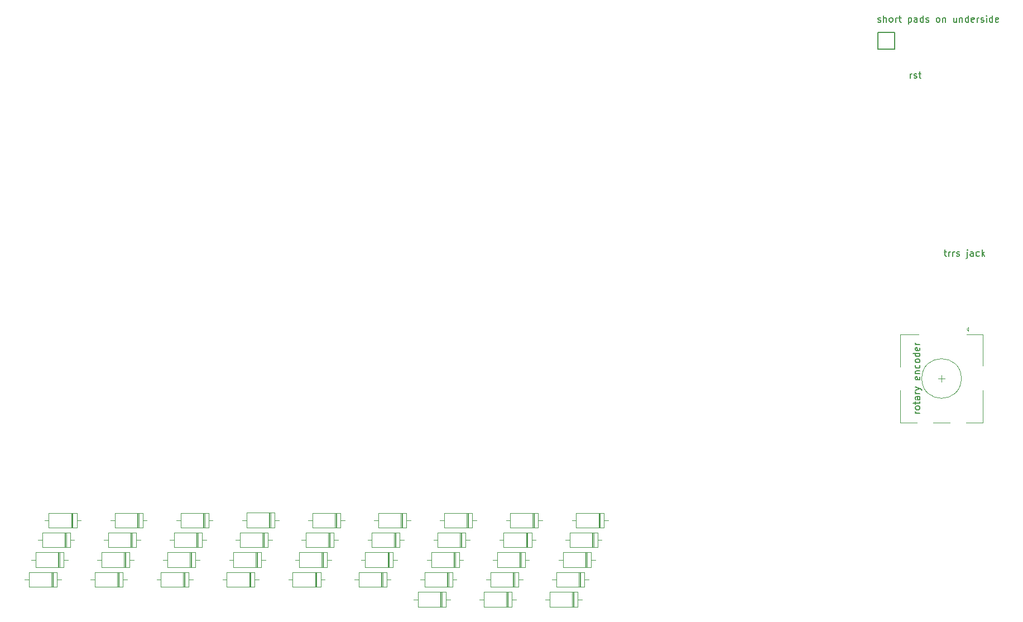
<source format=gto>
%TF.GenerationSoftware,KiCad,Pcbnew,(6.0.8)*%
%TF.CreationDate,2023-04-06T15:31:32+10:00*%
%TF.ProjectId,drazie,6472617a-6965-42e6-9b69-6361645f7063,rev?*%
%TF.SameCoordinates,Original*%
%TF.FileFunction,Legend,Top*%
%TF.FilePolarity,Positive*%
%FSLAX46Y46*%
G04 Gerber Fmt 4.6, Leading zero omitted, Abs format (unit mm)*
G04 Created by KiCad (PCBNEW (6.0.8)) date 2023-04-06 15:31:32*
%MOMM*%
%LPD*%
G01*
G04 APERTURE LIST*
G04 Aperture macros list*
%AMFreePoly0*
4,1,6,0.600000,0.200000,0.000000,-0.400000,-0.600000,0.200000,-0.600000,0.400000,0.600000,0.400000,0.600000,0.200000,0.600000,0.200000,$1*%
%AMFreePoly1*
4,1,6,0.600000,-0.250000,-0.600000,-0.250000,-0.600000,1.000000,0.000000,0.400000,0.600000,1.000000,0.600000,-0.250000,0.600000,-0.250000,$1*%
G04 Aperture macros list end*
%ADD10C,0.150000*%
%ADD11C,0.120000*%
%ADD12C,0.450000*%
%ADD13C,0.250000*%
%ADD14C,0.100000*%
%ADD15O,1.600000X1.600000*%
%ADD16R,1.600000X1.600000*%
%ADD17C,2.000000*%
%ADD18R,2.500000X3.000000*%
%ADD19R,2.000000X2.000000*%
%ADD20C,1.600000*%
%ADD21FreePoly0,270.000000*%
%ADD22FreePoly0,90.000000*%
%ADD23FreePoly1,270.000000*%
%ADD24FreePoly1,90.000000*%
%ADD25C,2.286000*%
%ADD26C,1.701800*%
%ADD27C,3.987800*%
%ADD28C,1.500000*%
%ADD29O,2.200000X1.600000*%
G04 APERTURE END LIST*
D10*
X194238095Y-23952380D02*
X194238095Y-23285714D01*
X194238095Y-23476190D02*
X194285714Y-23380952D01*
X194333333Y-23333333D01*
X194428571Y-23285714D01*
X194523809Y-23285714D01*
X194809523Y-23904761D02*
X194904761Y-23952380D01*
X195095238Y-23952380D01*
X195190476Y-23904761D01*
X195238095Y-23809523D01*
X195238095Y-23761904D01*
X195190476Y-23666666D01*
X195095238Y-23619047D01*
X194952380Y-23619047D01*
X194857142Y-23571428D01*
X194809523Y-23476190D01*
X194809523Y-23428571D01*
X194857142Y-23333333D01*
X194952380Y-23285714D01*
X195095238Y-23285714D01*
X195190476Y-23333333D01*
X195523809Y-23285714D02*
X195904761Y-23285714D01*
X195666666Y-22952380D02*
X195666666Y-23809523D01*
X195714285Y-23904761D01*
X195809523Y-23952380D01*
X195904761Y-23952380D01*
X189357142Y-15404761D02*
X189452380Y-15452380D01*
X189642857Y-15452380D01*
X189738095Y-15404761D01*
X189785714Y-15309523D01*
X189785714Y-15261904D01*
X189738095Y-15166666D01*
X189642857Y-15119047D01*
X189500000Y-15119047D01*
X189404761Y-15071428D01*
X189357142Y-14976190D01*
X189357142Y-14928571D01*
X189404761Y-14833333D01*
X189500000Y-14785714D01*
X189642857Y-14785714D01*
X189738095Y-14833333D01*
X190214285Y-15452380D02*
X190214285Y-14452380D01*
X190642857Y-15452380D02*
X190642857Y-14928571D01*
X190595238Y-14833333D01*
X190500000Y-14785714D01*
X190357142Y-14785714D01*
X190261904Y-14833333D01*
X190214285Y-14880952D01*
X191261904Y-15452380D02*
X191166666Y-15404761D01*
X191119047Y-15357142D01*
X191071428Y-15261904D01*
X191071428Y-14976190D01*
X191119047Y-14880952D01*
X191166666Y-14833333D01*
X191261904Y-14785714D01*
X191404761Y-14785714D01*
X191500000Y-14833333D01*
X191547619Y-14880952D01*
X191595238Y-14976190D01*
X191595238Y-15261904D01*
X191547619Y-15357142D01*
X191500000Y-15404761D01*
X191404761Y-15452380D01*
X191261904Y-15452380D01*
X192023809Y-15452380D02*
X192023809Y-14785714D01*
X192023809Y-14976190D02*
X192071428Y-14880952D01*
X192119047Y-14833333D01*
X192214285Y-14785714D01*
X192309523Y-14785714D01*
X192500000Y-14785714D02*
X192880952Y-14785714D01*
X192642857Y-14452380D02*
X192642857Y-15309523D01*
X192690476Y-15404761D01*
X192785714Y-15452380D01*
X192880952Y-15452380D01*
X193976190Y-14785714D02*
X193976190Y-15785714D01*
X193976190Y-14833333D02*
X194071428Y-14785714D01*
X194261904Y-14785714D01*
X194357142Y-14833333D01*
X194404761Y-14880952D01*
X194452380Y-14976190D01*
X194452380Y-15261904D01*
X194404761Y-15357142D01*
X194357142Y-15404761D01*
X194261904Y-15452380D01*
X194071428Y-15452380D01*
X193976190Y-15404761D01*
X195309523Y-15452380D02*
X195309523Y-14928571D01*
X195261904Y-14833333D01*
X195166666Y-14785714D01*
X194976190Y-14785714D01*
X194880952Y-14833333D01*
X195309523Y-15404761D02*
X195214285Y-15452380D01*
X194976190Y-15452380D01*
X194880952Y-15404761D01*
X194833333Y-15309523D01*
X194833333Y-15214285D01*
X194880952Y-15119047D01*
X194976190Y-15071428D01*
X195214285Y-15071428D01*
X195309523Y-15023809D01*
X196214285Y-15452380D02*
X196214285Y-14452380D01*
X196214285Y-15404761D02*
X196119047Y-15452380D01*
X195928571Y-15452380D01*
X195833333Y-15404761D01*
X195785714Y-15357142D01*
X195738095Y-15261904D01*
X195738095Y-14976190D01*
X195785714Y-14880952D01*
X195833333Y-14833333D01*
X195928571Y-14785714D01*
X196119047Y-14785714D01*
X196214285Y-14833333D01*
X196642857Y-15404761D02*
X196738095Y-15452380D01*
X196928571Y-15452380D01*
X197023809Y-15404761D01*
X197071428Y-15309523D01*
X197071428Y-15261904D01*
X197023809Y-15166666D01*
X196928571Y-15119047D01*
X196785714Y-15119047D01*
X196690476Y-15071428D01*
X196642857Y-14976190D01*
X196642857Y-14928571D01*
X196690476Y-14833333D01*
X196785714Y-14785714D01*
X196928571Y-14785714D01*
X197023809Y-14833333D01*
X198404761Y-15452380D02*
X198309523Y-15404761D01*
X198261904Y-15357142D01*
X198214285Y-15261904D01*
X198214285Y-14976190D01*
X198261904Y-14880952D01*
X198309523Y-14833333D01*
X198404761Y-14785714D01*
X198547619Y-14785714D01*
X198642857Y-14833333D01*
X198690476Y-14880952D01*
X198738095Y-14976190D01*
X198738095Y-15261904D01*
X198690476Y-15357142D01*
X198642857Y-15404761D01*
X198547619Y-15452380D01*
X198404761Y-15452380D01*
X199166666Y-14785714D02*
X199166666Y-15452380D01*
X199166666Y-14880952D02*
X199214285Y-14833333D01*
X199309523Y-14785714D01*
X199452380Y-14785714D01*
X199547619Y-14833333D01*
X199595238Y-14928571D01*
X199595238Y-15452380D01*
X201261904Y-14785714D02*
X201261904Y-15452380D01*
X200833333Y-14785714D02*
X200833333Y-15309523D01*
X200880952Y-15404761D01*
X200976190Y-15452380D01*
X201119047Y-15452380D01*
X201214285Y-15404761D01*
X201261904Y-15357142D01*
X201738095Y-14785714D02*
X201738095Y-15452380D01*
X201738095Y-14880952D02*
X201785714Y-14833333D01*
X201880952Y-14785714D01*
X202023809Y-14785714D01*
X202119047Y-14833333D01*
X202166666Y-14928571D01*
X202166666Y-15452380D01*
X203071428Y-15452380D02*
X203071428Y-14452380D01*
X203071428Y-15404761D02*
X202976190Y-15452380D01*
X202785714Y-15452380D01*
X202690476Y-15404761D01*
X202642857Y-15357142D01*
X202595238Y-15261904D01*
X202595238Y-14976190D01*
X202642857Y-14880952D01*
X202690476Y-14833333D01*
X202785714Y-14785714D01*
X202976190Y-14785714D01*
X203071428Y-14833333D01*
X203928571Y-15404761D02*
X203833333Y-15452380D01*
X203642857Y-15452380D01*
X203547619Y-15404761D01*
X203500000Y-15309523D01*
X203500000Y-14928571D01*
X203547619Y-14833333D01*
X203642857Y-14785714D01*
X203833333Y-14785714D01*
X203928571Y-14833333D01*
X203976190Y-14928571D01*
X203976190Y-15023809D01*
X203500000Y-15119047D01*
X204404761Y-15452380D02*
X204404761Y-14785714D01*
X204404761Y-14976190D02*
X204452380Y-14880952D01*
X204500000Y-14833333D01*
X204595238Y-14785714D01*
X204690476Y-14785714D01*
X204976190Y-15404761D02*
X205071428Y-15452380D01*
X205261904Y-15452380D01*
X205357142Y-15404761D01*
X205404761Y-15309523D01*
X205404761Y-15261904D01*
X205357142Y-15166666D01*
X205261904Y-15119047D01*
X205119047Y-15119047D01*
X205023809Y-15071428D01*
X204976190Y-14976190D01*
X204976190Y-14928571D01*
X205023809Y-14833333D01*
X205119047Y-14785714D01*
X205261904Y-14785714D01*
X205357142Y-14833333D01*
X205833333Y-15452380D02*
X205833333Y-14785714D01*
X205833333Y-14452380D02*
X205785714Y-14500000D01*
X205833333Y-14547619D01*
X205880952Y-14500000D01*
X205833333Y-14452380D01*
X205833333Y-14547619D01*
X206738095Y-15452380D02*
X206738095Y-14452380D01*
X206738095Y-15404761D02*
X206642857Y-15452380D01*
X206452380Y-15452380D01*
X206357142Y-15404761D01*
X206309523Y-15357142D01*
X206261904Y-15261904D01*
X206261904Y-14976190D01*
X206309523Y-14880952D01*
X206357142Y-14833333D01*
X206452380Y-14785714D01*
X206642857Y-14785714D01*
X206738095Y-14833333D01*
X207595238Y-15404761D02*
X207500000Y-15452380D01*
X207309523Y-15452380D01*
X207214285Y-15404761D01*
X207166666Y-15309523D01*
X207166666Y-14928571D01*
X207214285Y-14833333D01*
X207309523Y-14785714D01*
X207500000Y-14785714D01*
X207595238Y-14833333D01*
X207642857Y-14928571D01*
X207642857Y-15023809D01*
X207166666Y-15119047D01*
%TO.C,rotary encoder*%
X195702380Y-74785714D02*
X195035714Y-74785714D01*
X195226190Y-74785714D02*
X195130952Y-74738095D01*
X195083333Y-74690476D01*
X195035714Y-74595238D01*
X195035714Y-74500000D01*
X195702380Y-74023809D02*
X195654761Y-74119047D01*
X195607142Y-74166666D01*
X195511904Y-74214285D01*
X195226190Y-74214285D01*
X195130952Y-74166666D01*
X195083333Y-74119047D01*
X195035714Y-74023809D01*
X195035714Y-73880952D01*
X195083333Y-73785714D01*
X195130952Y-73738095D01*
X195226190Y-73690476D01*
X195511904Y-73690476D01*
X195607142Y-73738095D01*
X195654761Y-73785714D01*
X195702380Y-73880952D01*
X195702380Y-74023809D01*
X195035714Y-73404761D02*
X195035714Y-73023809D01*
X194702380Y-73261904D02*
X195559523Y-73261904D01*
X195654761Y-73214285D01*
X195702380Y-73119047D01*
X195702380Y-73023809D01*
X195702380Y-72261904D02*
X195178571Y-72261904D01*
X195083333Y-72309523D01*
X195035714Y-72404761D01*
X195035714Y-72595238D01*
X195083333Y-72690476D01*
X195654761Y-72261904D02*
X195702380Y-72357142D01*
X195702380Y-72595238D01*
X195654761Y-72690476D01*
X195559523Y-72738095D01*
X195464285Y-72738095D01*
X195369047Y-72690476D01*
X195321428Y-72595238D01*
X195321428Y-72357142D01*
X195273809Y-72261904D01*
X195702380Y-71785714D02*
X195035714Y-71785714D01*
X195226190Y-71785714D02*
X195130952Y-71738095D01*
X195083333Y-71690476D01*
X195035714Y-71595238D01*
X195035714Y-71500000D01*
X195035714Y-71261904D02*
X195702380Y-71023809D01*
X195035714Y-70785714D02*
X195702380Y-71023809D01*
X195940476Y-71119047D01*
X195988095Y-71166666D01*
X196035714Y-71261904D01*
X195654761Y-69261904D02*
X195702380Y-69357142D01*
X195702380Y-69547619D01*
X195654761Y-69642857D01*
X195559523Y-69690476D01*
X195178571Y-69690476D01*
X195083333Y-69642857D01*
X195035714Y-69547619D01*
X195035714Y-69357142D01*
X195083333Y-69261904D01*
X195178571Y-69214285D01*
X195273809Y-69214285D01*
X195369047Y-69690476D01*
X195035714Y-68785714D02*
X195702380Y-68785714D01*
X195130952Y-68785714D02*
X195083333Y-68738095D01*
X195035714Y-68642857D01*
X195035714Y-68500000D01*
X195083333Y-68404761D01*
X195178571Y-68357142D01*
X195702380Y-68357142D01*
X195654761Y-67452380D02*
X195702380Y-67547619D01*
X195702380Y-67738095D01*
X195654761Y-67833333D01*
X195607142Y-67880952D01*
X195511904Y-67928571D01*
X195226190Y-67928571D01*
X195130952Y-67880952D01*
X195083333Y-67833333D01*
X195035714Y-67738095D01*
X195035714Y-67547619D01*
X195083333Y-67452380D01*
X195702380Y-66880952D02*
X195654761Y-66976190D01*
X195607142Y-67023809D01*
X195511904Y-67071428D01*
X195226190Y-67071428D01*
X195130952Y-67023809D01*
X195083333Y-66976190D01*
X195035714Y-66880952D01*
X195035714Y-66738095D01*
X195083333Y-66642857D01*
X195130952Y-66595238D01*
X195226190Y-66547619D01*
X195511904Y-66547619D01*
X195607142Y-66595238D01*
X195654761Y-66642857D01*
X195702380Y-66738095D01*
X195702380Y-66880952D01*
X195702380Y-65690476D02*
X194702380Y-65690476D01*
X195654761Y-65690476D02*
X195702380Y-65785714D01*
X195702380Y-65976190D01*
X195654761Y-66071428D01*
X195607142Y-66119047D01*
X195511904Y-66166666D01*
X195226190Y-66166666D01*
X195130952Y-66119047D01*
X195083333Y-66071428D01*
X195035714Y-65976190D01*
X195035714Y-65785714D01*
X195083333Y-65690476D01*
X195654761Y-64833333D02*
X195702380Y-64928571D01*
X195702380Y-65119047D01*
X195654761Y-65214285D01*
X195559523Y-65261904D01*
X195178571Y-65261904D01*
X195083333Y-65214285D01*
X195035714Y-65119047D01*
X195035714Y-64928571D01*
X195083333Y-64833333D01*
X195178571Y-64785714D01*
X195273809Y-64785714D01*
X195369047Y-65261904D01*
X195702380Y-64357142D02*
X195035714Y-64357142D01*
X195226190Y-64357142D02*
X195130952Y-64309523D01*
X195083333Y-64261904D01*
X195035714Y-64166666D01*
X195035714Y-64071428D01*
%TO.C,MCU1*%
%TO.C,trrs jack*%
X199380952Y-50285714D02*
X199761904Y-50285714D01*
X199523809Y-49952380D02*
X199523809Y-50809523D01*
X199571428Y-50904761D01*
X199666666Y-50952380D01*
X199761904Y-50952380D01*
X200095238Y-50952380D02*
X200095238Y-50285714D01*
X200095238Y-50476190D02*
X200142857Y-50380952D01*
X200190476Y-50333333D01*
X200285714Y-50285714D01*
X200380952Y-50285714D01*
X200714285Y-50952380D02*
X200714285Y-50285714D01*
X200714285Y-50476190D02*
X200761904Y-50380952D01*
X200809523Y-50333333D01*
X200904761Y-50285714D01*
X201000000Y-50285714D01*
X201285714Y-50904761D02*
X201380952Y-50952380D01*
X201571428Y-50952380D01*
X201666666Y-50904761D01*
X201714285Y-50809523D01*
X201714285Y-50761904D01*
X201666666Y-50666666D01*
X201571428Y-50619047D01*
X201428571Y-50619047D01*
X201333333Y-50571428D01*
X201285714Y-50476190D01*
X201285714Y-50428571D01*
X201333333Y-50333333D01*
X201428571Y-50285714D01*
X201571428Y-50285714D01*
X201666666Y-50333333D01*
X202904761Y-50285714D02*
X202904761Y-51142857D01*
X202857142Y-51238095D01*
X202761904Y-51285714D01*
X202714285Y-51285714D01*
X202904761Y-49952380D02*
X202857142Y-50000000D01*
X202904761Y-50047619D01*
X202952380Y-50000000D01*
X202904761Y-49952380D01*
X202904761Y-50047619D01*
X203809523Y-50952380D02*
X203809523Y-50428571D01*
X203761904Y-50333333D01*
X203666666Y-50285714D01*
X203476190Y-50285714D01*
X203380952Y-50333333D01*
X203809523Y-50904761D02*
X203714285Y-50952380D01*
X203476190Y-50952380D01*
X203380952Y-50904761D01*
X203333333Y-50809523D01*
X203333333Y-50714285D01*
X203380952Y-50619047D01*
X203476190Y-50571428D01*
X203714285Y-50571428D01*
X203809523Y-50523809D01*
X204714285Y-50904761D02*
X204619047Y-50952380D01*
X204428571Y-50952380D01*
X204333333Y-50904761D01*
X204285714Y-50857142D01*
X204238095Y-50761904D01*
X204238095Y-50476190D01*
X204285714Y-50380952D01*
X204333333Y-50333333D01*
X204428571Y-50285714D01*
X204619047Y-50285714D01*
X204714285Y-50333333D01*
X205142857Y-50952380D02*
X205142857Y-49952380D01*
X205238095Y-50571428D02*
X205523809Y-50952380D01*
X205523809Y-50285714D02*
X205142857Y-50666666D01*
D11*
%TO.C,R*%
X128920000Y-103000000D02*
X129570000Y-103000000D01*
X133810000Y-101880000D02*
X129570000Y-101880000D01*
X133810000Y-104120000D02*
X133810000Y-101880000D01*
X134460000Y-103000000D02*
X133810000Y-103000000D01*
X132970000Y-104120000D02*
X132970000Y-101880000D01*
X129570000Y-101880000D02*
X129570000Y-104120000D01*
X133210000Y-104120000D02*
X133210000Y-101880000D01*
X133090000Y-104120000D02*
X133090000Y-101880000D01*
X129570000Y-104120000D02*
X133810000Y-104120000D01*
X118920000Y-103000000D02*
X119570000Y-103000000D01*
X123810000Y-101880000D02*
X119570000Y-101880000D01*
X123810000Y-104120000D02*
X123810000Y-101880000D01*
X124460000Y-103000000D02*
X123810000Y-103000000D01*
X122970000Y-104120000D02*
X122970000Y-101880000D01*
X119570000Y-101880000D02*
X119570000Y-104120000D01*
X123210000Y-104120000D02*
X123210000Y-101880000D01*
X123090000Y-104120000D02*
X123090000Y-101880000D01*
X119570000Y-104120000D02*
X123810000Y-104120000D01*
X138920000Y-103000000D02*
X139570000Y-103000000D01*
X143810000Y-101880000D02*
X139570000Y-101880000D01*
X143810000Y-104120000D02*
X143810000Y-101880000D01*
X144460000Y-103000000D02*
X143810000Y-103000000D01*
X142970000Y-104120000D02*
X142970000Y-101880000D01*
X139570000Y-101880000D02*
X139570000Y-104120000D01*
X143210000Y-104120000D02*
X143210000Y-101880000D01*
X143090000Y-104120000D02*
X143090000Y-101880000D01*
X139570000Y-104120000D02*
X143810000Y-104120000D01*
%TO.C,rotary encoder*%
X202000000Y-69500000D02*
G75*
G03*
X202000000Y-69500000I-3000000J0D01*
G01*
X199000000Y-69000000D02*
X199000000Y-70000000D01*
X192700000Y-62800000D02*
X195500000Y-62800000D01*
X192700000Y-67700000D02*
X192700000Y-62800000D01*
X202800000Y-62000000D02*
X203100000Y-61700000D01*
X200300000Y-76200000D02*
X197700000Y-76200000D01*
X205300000Y-71300000D02*
X205300000Y-76200000D01*
X203100000Y-61700000D02*
X203100000Y-62300000D01*
X205300000Y-62800000D02*
X202800000Y-62800000D01*
X199500000Y-69500000D02*
X198500000Y-69500000D01*
X205300000Y-76200000D02*
X202700000Y-76200000D01*
X192700000Y-76200000D02*
X192700000Y-71300000D01*
X203100000Y-62300000D02*
X202800000Y-62000000D01*
X205300000Y-67600000D02*
X205300000Y-62800000D01*
X195300000Y-76200000D02*
X192700000Y-76200000D01*
%TO.C,R*%
X140920000Y-97000000D02*
X141570000Y-97000000D01*
X145810000Y-95880000D02*
X141570000Y-95880000D01*
X145810000Y-98120000D02*
X145810000Y-95880000D01*
X146460000Y-97000000D02*
X145810000Y-97000000D01*
X144970000Y-98120000D02*
X144970000Y-95880000D01*
X141570000Y-95880000D02*
X141570000Y-98120000D01*
X145210000Y-98120000D02*
X145210000Y-95880000D01*
X145090000Y-98120000D02*
X145090000Y-95880000D01*
X141570000Y-98120000D02*
X145810000Y-98120000D01*
X142920000Y-91000000D02*
X143570000Y-91000000D01*
X147810000Y-89880000D02*
X143570000Y-89880000D01*
X147810000Y-92120000D02*
X147810000Y-89880000D01*
X148460000Y-91000000D02*
X147810000Y-91000000D01*
X146970000Y-92120000D02*
X146970000Y-89880000D01*
X143570000Y-89880000D02*
X143570000Y-92120000D01*
X147210000Y-92120000D02*
X147210000Y-89880000D01*
X147090000Y-92120000D02*
X147090000Y-89880000D01*
X143570000Y-92120000D02*
X147810000Y-92120000D01*
X141920000Y-94000000D02*
X142570000Y-94000000D01*
X146810000Y-92880000D02*
X142570000Y-92880000D01*
X146810000Y-95120000D02*
X146810000Y-92880000D01*
X147460000Y-94000000D02*
X146810000Y-94000000D01*
X145970000Y-95120000D02*
X145970000Y-92880000D01*
X142570000Y-92880000D02*
X142570000Y-95120000D01*
X146210000Y-95120000D02*
X146210000Y-92880000D01*
X146090000Y-95120000D02*
X146090000Y-92880000D01*
X142570000Y-95120000D02*
X146810000Y-95120000D01*
X139920000Y-100000000D02*
X140570000Y-100000000D01*
X144810000Y-98880000D02*
X140570000Y-98880000D01*
X144810000Y-101120000D02*
X144810000Y-98880000D01*
X145460000Y-100000000D02*
X144810000Y-100000000D01*
X143970000Y-101120000D02*
X143970000Y-98880000D01*
X140570000Y-98880000D02*
X140570000Y-101120000D01*
X144210000Y-101120000D02*
X144210000Y-98880000D01*
X144090000Y-101120000D02*
X144090000Y-98880000D01*
X140570000Y-101120000D02*
X144810000Y-101120000D01*
X130920000Y-97000000D02*
X131570000Y-97000000D01*
X135810000Y-95880000D02*
X131570000Y-95880000D01*
X135810000Y-98120000D02*
X135810000Y-95880000D01*
X136460000Y-97000000D02*
X135810000Y-97000000D01*
X134970000Y-98120000D02*
X134970000Y-95880000D01*
X131570000Y-95880000D02*
X131570000Y-98120000D01*
X135210000Y-98120000D02*
X135210000Y-95880000D01*
X135090000Y-98120000D02*
X135090000Y-95880000D01*
X131570000Y-98120000D02*
X135810000Y-98120000D01*
X132920000Y-91000000D02*
X133570000Y-91000000D01*
X137810000Y-89880000D02*
X133570000Y-89880000D01*
X137810000Y-92120000D02*
X137810000Y-89880000D01*
X138460000Y-91000000D02*
X137810000Y-91000000D01*
X136970000Y-92120000D02*
X136970000Y-89880000D01*
X133570000Y-89880000D02*
X133570000Y-92120000D01*
X137210000Y-92120000D02*
X137210000Y-89880000D01*
X137090000Y-92120000D02*
X137090000Y-89880000D01*
X133570000Y-92120000D02*
X137810000Y-92120000D01*
X131920000Y-94000000D02*
X132570000Y-94000000D01*
X136810000Y-92880000D02*
X132570000Y-92880000D01*
X136810000Y-95120000D02*
X136810000Y-92880000D01*
X137460000Y-94000000D02*
X136810000Y-94000000D01*
X135970000Y-95120000D02*
X135970000Y-92880000D01*
X132570000Y-92880000D02*
X132570000Y-95120000D01*
X136210000Y-95120000D02*
X136210000Y-92880000D01*
X136090000Y-95120000D02*
X136090000Y-92880000D01*
X132570000Y-95120000D02*
X136810000Y-95120000D01*
X129920000Y-100000000D02*
X130570000Y-100000000D01*
X134810000Y-98880000D02*
X130570000Y-98880000D01*
X134810000Y-101120000D02*
X134810000Y-98880000D01*
X135460000Y-100000000D02*
X134810000Y-100000000D01*
X133970000Y-101120000D02*
X133970000Y-98880000D01*
X130570000Y-98880000D02*
X130570000Y-101120000D01*
X134210000Y-101120000D02*
X134210000Y-98880000D01*
X134090000Y-101120000D02*
X134090000Y-98880000D01*
X130570000Y-101120000D02*
X134810000Y-101120000D01*
X120920000Y-97000000D02*
X121570000Y-97000000D01*
X125810000Y-95880000D02*
X121570000Y-95880000D01*
X125810000Y-98120000D02*
X125810000Y-95880000D01*
X126460000Y-97000000D02*
X125810000Y-97000000D01*
X124970000Y-98120000D02*
X124970000Y-95880000D01*
X121570000Y-95880000D02*
X121570000Y-98120000D01*
X125210000Y-98120000D02*
X125210000Y-95880000D01*
X125090000Y-98120000D02*
X125090000Y-95880000D01*
X121570000Y-98120000D02*
X125810000Y-98120000D01*
X122920000Y-91000000D02*
X123570000Y-91000000D01*
X127810000Y-89880000D02*
X123570000Y-89880000D01*
X127810000Y-92120000D02*
X127810000Y-89880000D01*
X128460000Y-91000000D02*
X127810000Y-91000000D01*
X126970000Y-92120000D02*
X126970000Y-89880000D01*
X123570000Y-89880000D02*
X123570000Y-92120000D01*
X127210000Y-92120000D02*
X127210000Y-89880000D01*
X127090000Y-92120000D02*
X127090000Y-89880000D01*
X123570000Y-92120000D02*
X127810000Y-92120000D01*
X121920000Y-94000000D02*
X122570000Y-94000000D01*
X126810000Y-92880000D02*
X122570000Y-92880000D01*
X126810000Y-95120000D02*
X126810000Y-92880000D01*
X127460000Y-94000000D02*
X126810000Y-94000000D01*
X125970000Y-95120000D02*
X125970000Y-92880000D01*
X122570000Y-92880000D02*
X122570000Y-95120000D01*
X126210000Y-95120000D02*
X126210000Y-92880000D01*
X126090000Y-95120000D02*
X126090000Y-92880000D01*
X122570000Y-95120000D02*
X126810000Y-95120000D01*
X119920000Y-100000000D02*
X120570000Y-100000000D01*
X124810000Y-98880000D02*
X120570000Y-98880000D01*
X124810000Y-101120000D02*
X124810000Y-98880000D01*
X125460000Y-100000000D02*
X124810000Y-100000000D01*
X123970000Y-101120000D02*
X123970000Y-98880000D01*
X120570000Y-98880000D02*
X120570000Y-101120000D01*
X124210000Y-101120000D02*
X124210000Y-98880000D01*
X124090000Y-101120000D02*
X124090000Y-98880000D01*
X120570000Y-101120000D02*
X124810000Y-101120000D01*
X110920000Y-97000000D02*
X111570000Y-97000000D01*
X115810000Y-95880000D02*
X111570000Y-95880000D01*
X115810000Y-98120000D02*
X115810000Y-95880000D01*
X116460000Y-97000000D02*
X115810000Y-97000000D01*
X114970000Y-98120000D02*
X114970000Y-95880000D01*
X111570000Y-95880000D02*
X111570000Y-98120000D01*
X115210000Y-98120000D02*
X115210000Y-95880000D01*
X115090000Y-98120000D02*
X115090000Y-95880000D01*
X111570000Y-98120000D02*
X115810000Y-98120000D01*
X112920000Y-91000000D02*
X113570000Y-91000000D01*
X117810000Y-89880000D02*
X113570000Y-89880000D01*
X117810000Y-92120000D02*
X117810000Y-89880000D01*
X118460000Y-91000000D02*
X117810000Y-91000000D01*
X116970000Y-92120000D02*
X116970000Y-89880000D01*
X113570000Y-89880000D02*
X113570000Y-92120000D01*
X117210000Y-92120000D02*
X117210000Y-89880000D01*
X117090000Y-92120000D02*
X117090000Y-89880000D01*
X113570000Y-92120000D02*
X117810000Y-92120000D01*
X111920000Y-94000000D02*
X112570000Y-94000000D01*
X116810000Y-92880000D02*
X112570000Y-92880000D01*
X116810000Y-95120000D02*
X116810000Y-92880000D01*
X117460000Y-94000000D02*
X116810000Y-94000000D01*
X115970000Y-95120000D02*
X115970000Y-92880000D01*
X112570000Y-92880000D02*
X112570000Y-95120000D01*
X116210000Y-95120000D02*
X116210000Y-92880000D01*
X116090000Y-95120000D02*
X116090000Y-92880000D01*
X112570000Y-95120000D02*
X116810000Y-95120000D01*
X109920000Y-100000000D02*
X110570000Y-100000000D01*
X114810000Y-98880000D02*
X110570000Y-98880000D01*
X114810000Y-101120000D02*
X114810000Y-98880000D01*
X115460000Y-100000000D02*
X114810000Y-100000000D01*
X113970000Y-101120000D02*
X113970000Y-98880000D01*
X110570000Y-98880000D02*
X110570000Y-101120000D01*
X114210000Y-101120000D02*
X114210000Y-98880000D01*
X114090000Y-101120000D02*
X114090000Y-98880000D01*
X110570000Y-101120000D02*
X114810000Y-101120000D01*
X100920000Y-97000000D02*
X101570000Y-97000000D01*
X105810000Y-95880000D02*
X101570000Y-95880000D01*
X105810000Y-98120000D02*
X105810000Y-95880000D01*
X106460000Y-97000000D02*
X105810000Y-97000000D01*
X104970000Y-98120000D02*
X104970000Y-95880000D01*
X101570000Y-95880000D02*
X101570000Y-98120000D01*
X105210000Y-98120000D02*
X105210000Y-95880000D01*
X105090000Y-98120000D02*
X105090000Y-95880000D01*
X101570000Y-98120000D02*
X105810000Y-98120000D01*
X102920000Y-91000000D02*
X103570000Y-91000000D01*
X107810000Y-89880000D02*
X103570000Y-89880000D01*
X107810000Y-92120000D02*
X107810000Y-89880000D01*
X108460000Y-91000000D02*
X107810000Y-91000000D01*
X106970000Y-92120000D02*
X106970000Y-89880000D01*
X103570000Y-89880000D02*
X103570000Y-92120000D01*
X107210000Y-92120000D02*
X107210000Y-89880000D01*
X107090000Y-92120000D02*
X107090000Y-89880000D01*
X103570000Y-92120000D02*
X107810000Y-92120000D01*
X101920000Y-94000000D02*
X102570000Y-94000000D01*
X106810000Y-92880000D02*
X102570000Y-92880000D01*
X106810000Y-95120000D02*
X106810000Y-92880000D01*
X107460000Y-94000000D02*
X106810000Y-94000000D01*
X105970000Y-95120000D02*
X105970000Y-92880000D01*
X102570000Y-92880000D02*
X102570000Y-95120000D01*
X106210000Y-95120000D02*
X106210000Y-92880000D01*
X106090000Y-95120000D02*
X106090000Y-92880000D01*
X102570000Y-95120000D02*
X106810000Y-95120000D01*
X99920000Y-100000000D02*
X100570000Y-100000000D01*
X104810000Y-98880000D02*
X100570000Y-98880000D01*
X104810000Y-101120000D02*
X104810000Y-98880000D01*
X105460000Y-100000000D02*
X104810000Y-100000000D01*
X103970000Y-101120000D02*
X103970000Y-98880000D01*
X100570000Y-98880000D02*
X100570000Y-101120000D01*
X104210000Y-101120000D02*
X104210000Y-98880000D01*
X104090000Y-101120000D02*
X104090000Y-98880000D01*
X100570000Y-101120000D02*
X104810000Y-101120000D01*
X90920000Y-96992834D02*
X91570000Y-96992834D01*
X95810000Y-95872834D02*
X91570000Y-95872834D01*
X95810000Y-98112834D02*
X95810000Y-95872834D01*
X96460000Y-96992834D02*
X95810000Y-96992834D01*
X94970000Y-98112834D02*
X94970000Y-95872834D01*
X91570000Y-95872834D02*
X91570000Y-98112834D01*
X95210000Y-98112834D02*
X95210000Y-95872834D01*
X95090000Y-98112834D02*
X95090000Y-95872834D01*
X91570000Y-98112834D02*
X95810000Y-98112834D01*
X92920000Y-90992834D02*
X93570000Y-90992834D01*
X97810000Y-89872834D02*
X93570000Y-89872834D01*
X97810000Y-92112834D02*
X97810000Y-89872834D01*
X98460000Y-90992834D02*
X97810000Y-90992834D01*
X96970000Y-92112834D02*
X96970000Y-89872834D01*
X93570000Y-89872834D02*
X93570000Y-92112834D01*
X97210000Y-92112834D02*
X97210000Y-89872834D01*
X97090000Y-92112834D02*
X97090000Y-89872834D01*
X93570000Y-92112834D02*
X97810000Y-92112834D01*
X91920000Y-93992834D02*
X92570000Y-93992834D01*
X96810000Y-92872834D02*
X92570000Y-92872834D01*
X96810000Y-95112834D02*
X96810000Y-92872834D01*
X97460000Y-93992834D02*
X96810000Y-93992834D01*
X95970000Y-95112834D02*
X95970000Y-92872834D01*
X92570000Y-92872834D02*
X92570000Y-95112834D01*
X96210000Y-95112834D02*
X96210000Y-92872834D01*
X96090000Y-95112834D02*
X96090000Y-92872834D01*
X92570000Y-95112834D02*
X96810000Y-95112834D01*
X89920000Y-99992834D02*
X90570000Y-99992834D01*
X94810000Y-98872834D02*
X90570000Y-98872834D01*
X94810000Y-101112834D02*
X94810000Y-98872834D01*
X95460000Y-99992834D02*
X94810000Y-99992834D01*
X93970000Y-101112834D02*
X93970000Y-98872834D01*
X90570000Y-98872834D02*
X90570000Y-101112834D01*
X94210000Y-101112834D02*
X94210000Y-98872834D01*
X94090000Y-101112834D02*
X94090000Y-98872834D01*
X90570000Y-101112834D02*
X94810000Y-101112834D01*
X59920000Y-100000000D02*
X60570000Y-100000000D01*
X64810000Y-98880000D02*
X60570000Y-98880000D01*
X64810000Y-101120000D02*
X64810000Y-98880000D01*
X65460000Y-100000000D02*
X64810000Y-100000000D01*
X63970000Y-101120000D02*
X63970000Y-98880000D01*
X60570000Y-98880000D02*
X60570000Y-101120000D01*
X64210000Y-101120000D02*
X64210000Y-98880000D01*
X64090000Y-101120000D02*
X64090000Y-98880000D01*
X60570000Y-101120000D02*
X64810000Y-101120000D01*
X60920000Y-97000000D02*
X61570000Y-97000000D01*
X65810000Y-95880000D02*
X61570000Y-95880000D01*
X65810000Y-98120000D02*
X65810000Y-95880000D01*
X66460000Y-97000000D02*
X65810000Y-97000000D01*
X64970000Y-98120000D02*
X64970000Y-95880000D01*
X61570000Y-95880000D02*
X61570000Y-98120000D01*
X65210000Y-98120000D02*
X65210000Y-95880000D01*
X65090000Y-98120000D02*
X65090000Y-95880000D01*
X61570000Y-98120000D02*
X65810000Y-98120000D01*
X61920000Y-94000000D02*
X62570000Y-94000000D01*
X66810000Y-92880000D02*
X62570000Y-92880000D01*
X66810000Y-95120000D02*
X66810000Y-92880000D01*
X67460000Y-94000000D02*
X66810000Y-94000000D01*
X65970000Y-95120000D02*
X65970000Y-92880000D01*
X62570000Y-92880000D02*
X62570000Y-95120000D01*
X66210000Y-95120000D02*
X66210000Y-92880000D01*
X66090000Y-95120000D02*
X66090000Y-92880000D01*
X62570000Y-95120000D02*
X66810000Y-95120000D01*
X62920000Y-91000000D02*
X63570000Y-91000000D01*
X67810000Y-89880000D02*
X63570000Y-89880000D01*
X67810000Y-92120000D02*
X67810000Y-89880000D01*
X68460000Y-91000000D02*
X67810000Y-91000000D01*
X66970000Y-92120000D02*
X66970000Y-89880000D01*
X63570000Y-89880000D02*
X63570000Y-92120000D01*
X67210000Y-92120000D02*
X67210000Y-89880000D01*
X67090000Y-92120000D02*
X67090000Y-89880000D01*
X63570000Y-92120000D02*
X67810000Y-92120000D01*
X69920000Y-100000000D02*
X70570000Y-100000000D01*
X74810000Y-98880000D02*
X70570000Y-98880000D01*
X74810000Y-101120000D02*
X74810000Y-98880000D01*
X75460000Y-100000000D02*
X74810000Y-100000000D01*
X73970000Y-101120000D02*
X73970000Y-98880000D01*
X70570000Y-98880000D02*
X70570000Y-101120000D01*
X74210000Y-101120000D02*
X74210000Y-98880000D01*
X74090000Y-101120000D02*
X74090000Y-98880000D01*
X70570000Y-101120000D02*
X74810000Y-101120000D01*
X70920000Y-97000000D02*
X71570000Y-97000000D01*
X75810000Y-95880000D02*
X71570000Y-95880000D01*
X75810000Y-98120000D02*
X75810000Y-95880000D01*
X76460000Y-97000000D02*
X75810000Y-97000000D01*
X74970000Y-98120000D02*
X74970000Y-95880000D01*
X71570000Y-95880000D02*
X71570000Y-98120000D01*
X75210000Y-98120000D02*
X75210000Y-95880000D01*
X75090000Y-98120000D02*
X75090000Y-95880000D01*
X71570000Y-98120000D02*
X75810000Y-98120000D01*
X71920000Y-94000000D02*
X72570000Y-94000000D01*
X76810000Y-92880000D02*
X72570000Y-92880000D01*
X76810000Y-95120000D02*
X76810000Y-92880000D01*
X77460000Y-94000000D02*
X76810000Y-94000000D01*
X75970000Y-95120000D02*
X75970000Y-92880000D01*
X72570000Y-92880000D02*
X72570000Y-95120000D01*
X76210000Y-95120000D02*
X76210000Y-92880000D01*
X76090000Y-95120000D02*
X76090000Y-92880000D01*
X72570000Y-95120000D02*
X76810000Y-95120000D01*
X72920000Y-91000000D02*
X73570000Y-91000000D01*
X77810000Y-89880000D02*
X73570000Y-89880000D01*
X77810000Y-92120000D02*
X77810000Y-89880000D01*
X78460000Y-91000000D02*
X77810000Y-91000000D01*
X76970000Y-92120000D02*
X76970000Y-89880000D01*
X73570000Y-89880000D02*
X73570000Y-92120000D01*
X77210000Y-92120000D02*
X77210000Y-89880000D01*
X77090000Y-92120000D02*
X77090000Y-89880000D01*
X73570000Y-92120000D02*
X77810000Y-92120000D01*
X79920000Y-100000000D02*
X80570000Y-100000000D01*
X84810000Y-98880000D02*
X80570000Y-98880000D01*
X84810000Y-101120000D02*
X84810000Y-98880000D01*
X85460000Y-100000000D02*
X84810000Y-100000000D01*
X83970000Y-101120000D02*
X83970000Y-98880000D01*
X80570000Y-98880000D02*
X80570000Y-101120000D01*
X84210000Y-101120000D02*
X84210000Y-98880000D01*
X84090000Y-101120000D02*
X84090000Y-98880000D01*
X80570000Y-101120000D02*
X84810000Y-101120000D01*
X80920000Y-97000000D02*
X81570000Y-97000000D01*
X85810000Y-95880000D02*
X81570000Y-95880000D01*
X85810000Y-98120000D02*
X85810000Y-95880000D01*
X86460000Y-97000000D02*
X85810000Y-97000000D01*
X84970000Y-98120000D02*
X84970000Y-95880000D01*
X81570000Y-95880000D02*
X81570000Y-98120000D01*
X85210000Y-98120000D02*
X85210000Y-95880000D01*
X85090000Y-98120000D02*
X85090000Y-95880000D01*
X81570000Y-98120000D02*
X85810000Y-98120000D01*
X81920000Y-94000000D02*
X82570000Y-94000000D01*
X86810000Y-92880000D02*
X82570000Y-92880000D01*
X86810000Y-95120000D02*
X86810000Y-92880000D01*
X87460000Y-94000000D02*
X86810000Y-94000000D01*
X85970000Y-95120000D02*
X85970000Y-92880000D01*
X82570000Y-92880000D02*
X82570000Y-95120000D01*
X86210000Y-95120000D02*
X86210000Y-92880000D01*
X86090000Y-95120000D02*
X86090000Y-92880000D01*
X82570000Y-95120000D02*
X86810000Y-95120000D01*
X82920000Y-91000000D02*
X83570000Y-91000000D01*
X87810000Y-89880000D02*
X83570000Y-89880000D01*
X87810000Y-92120000D02*
X87810000Y-89880000D01*
X88460000Y-91000000D02*
X87810000Y-91000000D01*
X86970000Y-92120000D02*
X86970000Y-89880000D01*
X83570000Y-89880000D02*
X83570000Y-92120000D01*
X87210000Y-92120000D02*
X87210000Y-89880000D01*
X87090000Y-92120000D02*
X87090000Y-89880000D01*
X83570000Y-92120000D02*
X87810000Y-92120000D01*
D10*
%TO.C,MCU1*%
X191912000Y-17019000D02*
X189372000Y-17019000D01*
X191912000Y-19559000D02*
X189372000Y-19559000D01*
X189372000Y-19559000D02*
X189372000Y-17019000D01*
X191912000Y-17019000D02*
X191912000Y-19559000D01*
%TD*%
%LPC*%
X196071428Y-90952380D02*
X196071428Y-89952380D01*
X196071428Y-90333333D02*
X196166666Y-90285714D01*
X196357142Y-90285714D01*
X196452380Y-90333333D01*
X196500000Y-90380952D01*
X196547619Y-90476190D01*
X196547619Y-90761904D01*
X196500000Y-90857142D01*
X196452380Y-90904761D01*
X196357142Y-90952380D01*
X196166666Y-90952380D01*
X196071428Y-90904761D01*
X196880952Y-90285714D02*
X197119047Y-90952380D01*
X197357142Y-90285714D02*
X197119047Y-90952380D01*
X197023809Y-91190476D01*
X196976190Y-91238095D01*
X196880952Y-91285714D01*
X198928571Y-90285714D02*
X198928571Y-91095238D01*
X198880952Y-91190476D01*
X198833333Y-91238095D01*
X198738095Y-91285714D01*
X198595238Y-91285714D01*
X198500000Y-91238095D01*
X198928571Y-90904761D02*
X198833333Y-90952380D01*
X198642857Y-90952380D01*
X198547619Y-90904761D01*
X198500000Y-90857142D01*
X198452380Y-90761904D01*
X198452380Y-90476190D01*
X198500000Y-90380952D01*
X198547619Y-90333333D01*
X198642857Y-90285714D01*
X198833333Y-90285714D01*
X198928571Y-90333333D01*
X199404761Y-90285714D02*
X199404761Y-90952380D01*
X199404761Y-90380952D02*
X199452380Y-90333333D01*
X199547619Y-90285714D01*
X199690476Y-90285714D01*
X199785714Y-90333333D01*
X199833333Y-90428571D01*
X199833333Y-90952380D01*
X200738095Y-90952380D02*
X200738095Y-90428571D01*
X200690476Y-90333333D01*
X200595238Y-90285714D01*
X200404761Y-90285714D01*
X200309523Y-90333333D01*
X200738095Y-90904761D02*
X200642857Y-90952380D01*
X200404761Y-90952380D01*
X200309523Y-90904761D01*
X200261904Y-90809523D01*
X200261904Y-90714285D01*
X200309523Y-90619047D01*
X200404761Y-90571428D01*
X200642857Y-90571428D01*
X200738095Y-90523809D01*
X201119047Y-90285714D02*
X201309523Y-90952380D01*
X201500000Y-90476190D01*
X201690476Y-90952380D01*
X201880952Y-90285714D01*
X202261904Y-90952380D02*
X202261904Y-90285714D01*
X202261904Y-90380952D02*
X202309523Y-90333333D01*
X202404761Y-90285714D01*
X202547619Y-90285714D01*
X202642857Y-90333333D01*
X202690476Y-90428571D01*
X202690476Y-90952380D01*
X202690476Y-90428571D02*
X202738095Y-90333333D01*
X202833333Y-90285714D01*
X202976190Y-90285714D01*
X203071428Y-90333333D01*
X203119047Y-90428571D01*
X203119047Y-90952380D01*
X204023809Y-90952380D02*
X204023809Y-90428571D01*
X203976190Y-90333333D01*
X203880952Y-90285714D01*
X203690476Y-90285714D01*
X203595238Y-90333333D01*
X204023809Y-90904761D02*
X203928571Y-90952380D01*
X203690476Y-90952380D01*
X203595238Y-90904761D01*
X203547619Y-90809523D01*
X203547619Y-90714285D01*
X203595238Y-90619047D01*
X203690476Y-90571428D01*
X203928571Y-90571428D01*
X204023809Y-90523809D01*
X204500000Y-90285714D02*
X204500000Y-90952380D01*
X204500000Y-90380952D02*
X204547619Y-90333333D01*
X204642857Y-90285714D01*
X204785714Y-90285714D01*
X204880952Y-90333333D01*
X204928571Y-90428571D01*
X204928571Y-90952380D01*
D12*
X193493214Y-82442142D02*
X193493214Y-79442142D01*
X193493214Y-82299285D02*
X193207500Y-82442142D01*
X192636071Y-82442142D01*
X192350357Y-82299285D01*
X192207500Y-82156428D01*
X192064642Y-81870714D01*
X192064642Y-81013571D01*
X192207500Y-80727857D01*
X192350357Y-80585000D01*
X192636071Y-80442142D01*
X193207500Y-80442142D01*
X193493214Y-80585000D01*
X194921785Y-82442142D02*
X194921785Y-80442142D01*
X194921785Y-81013571D02*
X195064642Y-80727857D01*
X195207500Y-80585000D01*
X195493214Y-80442142D01*
X195778928Y-80442142D01*
X198064642Y-82442142D02*
X198064642Y-80870714D01*
X197921785Y-80585000D01*
X197636071Y-80442142D01*
X197064642Y-80442142D01*
X196778928Y-80585000D01*
X198064642Y-82299285D02*
X197778928Y-82442142D01*
X197064642Y-82442142D01*
X196778928Y-82299285D01*
X196636071Y-82013571D01*
X196636071Y-81727857D01*
X196778928Y-81442142D01*
X197064642Y-81299285D01*
X197778928Y-81299285D01*
X198064642Y-81156428D01*
X199207500Y-80442142D02*
X200778928Y-80442142D01*
X199207500Y-82442142D01*
X200778928Y-82442142D01*
X201921785Y-82442142D02*
X201921785Y-80442142D01*
X201921785Y-79442142D02*
X201778928Y-79585000D01*
X201921785Y-79727857D01*
X202064642Y-79585000D01*
X201921785Y-79442142D01*
X201921785Y-79727857D01*
X204493214Y-82299285D02*
X204207500Y-82442142D01*
X203636071Y-82442142D01*
X203350357Y-82299285D01*
X203207500Y-82013571D01*
X203207500Y-80870714D01*
X203350357Y-80585000D01*
X203636071Y-80442142D01*
X204207500Y-80442142D01*
X204493214Y-80585000D01*
X204636071Y-80870714D01*
X204636071Y-81156428D01*
X203207500Y-81442142D01*
X196350357Y-87272142D02*
X196350357Y-85272142D01*
X196350357Y-85843571D02*
X196493214Y-85557857D01*
X196636071Y-85415000D01*
X196921785Y-85272142D01*
X197207500Y-85272142D01*
X199350357Y-87129285D02*
X199064642Y-87272142D01*
X198493214Y-87272142D01*
X198207500Y-87129285D01*
X198064642Y-86843571D01*
X198064642Y-85700714D01*
X198207500Y-85415000D01*
X198493214Y-85272142D01*
X199064642Y-85272142D01*
X199350357Y-85415000D01*
X199493214Y-85700714D01*
X199493214Y-85986428D01*
X198064642Y-86272142D01*
X200493214Y-85272142D02*
X201207500Y-87272142D01*
X201921785Y-85272142D01*
X204636071Y-87272142D02*
X202921785Y-87272142D01*
X203778928Y-87272142D02*
X203778928Y-84272142D01*
X203493214Y-84700714D01*
X203207500Y-84986428D01*
X202921785Y-85129285D01*
D13*
%TO.C,MCU1*%
X197625000Y-25909000D02*
G75*
G03*
X197625000Y-25909000I-125000J0D01*
G01*
X199149000Y-25909000D02*
G75*
G03*
X199149000Y-25909000I-125000J0D01*
G01*
X197625000Y-28449000D02*
G75*
G03*
X197625000Y-28449000I-125000J0D01*
G01*
X197625000Y-30989000D02*
G75*
G03*
X197625000Y-30989000I-125000J0D01*
G01*
X199149000Y-43689000D02*
G75*
G03*
X199149000Y-43689000I-125000J0D01*
G01*
X199149000Y-18289000D02*
G75*
G03*
X199149000Y-18289000I-125000J0D01*
G01*
X197625000Y-23369000D02*
G75*
G03*
X197625000Y-23369000I-125000J0D01*
G01*
X199149000Y-28449000D02*
G75*
G03*
X199149000Y-28449000I-125000J0D01*
G01*
X197625000Y-18289000D02*
G75*
G03*
X197625000Y-18289000I-125000J0D01*
G01*
X197625000Y-43689000D02*
G75*
G03*
X197625000Y-43689000I-125000J0D01*
G01*
X199149000Y-38609000D02*
G75*
G03*
X199149000Y-38609000I-125000J0D01*
G01*
X199149000Y-33529000D02*
G75*
G03*
X199149000Y-33529000I-125000J0D01*
G01*
X197625000Y-41149000D02*
G75*
G03*
X197625000Y-41149000I-125000J0D01*
G01*
X199149000Y-41149000D02*
G75*
G03*
X199149000Y-41149000I-125000J0D01*
G01*
X197625000Y-38609000D02*
G75*
G03*
X197625000Y-38609000I-125000J0D01*
G01*
X199149000Y-36069000D02*
G75*
G03*
X199149000Y-36069000I-125000J0D01*
G01*
X197625000Y-46229000D02*
G75*
G03*
X197625000Y-46229000I-125000J0D01*
G01*
X197625000Y-36069000D02*
G75*
G03*
X197625000Y-36069000I-125000J0D01*
G01*
X197625000Y-20829000D02*
G75*
G03*
X197625000Y-20829000I-125000J0D01*
G01*
X197625000Y-33529000D02*
G75*
G03*
X197625000Y-33529000I-125000J0D01*
G01*
X199149000Y-30989000D02*
G75*
G03*
X199149000Y-30989000I-125000J0D01*
G01*
X199149000Y-20829000D02*
G75*
G03*
X199149000Y-20829000I-125000J0D01*
G01*
X199149000Y-46229000D02*
G75*
G03*
X199149000Y-46229000I-125000J0D01*
G01*
X199149000Y-23369000D02*
G75*
G03*
X199149000Y-23369000I-125000J0D01*
G01*
G36*
X204358000Y-34037000D02*
G01*
X203342000Y-34037000D01*
X203342000Y-33021000D01*
X204358000Y-33021000D01*
X204358000Y-34037000D01*
G37*
D14*
X204358000Y-34037000D02*
X203342000Y-34037000D01*
X203342000Y-33021000D01*
X204358000Y-33021000D01*
X204358000Y-34037000D01*
G36*
X193182000Y-44197000D02*
G01*
X192166000Y-44197000D01*
X192166000Y-43181000D01*
X193182000Y-43181000D01*
X193182000Y-44197000D01*
G37*
X193182000Y-44197000D02*
X192166000Y-44197000D01*
X192166000Y-43181000D01*
X193182000Y-43181000D01*
X193182000Y-44197000D01*
G36*
X193182000Y-28957000D02*
G01*
X192166000Y-28957000D01*
X192166000Y-27941000D01*
X193182000Y-27941000D01*
X193182000Y-28957000D01*
G37*
X193182000Y-28957000D02*
X192166000Y-28957000D01*
X192166000Y-27941000D01*
X193182000Y-27941000D01*
X193182000Y-28957000D01*
G36*
X204358000Y-18797000D02*
G01*
X203342000Y-18797000D01*
X203342000Y-17781000D01*
X204358000Y-17781000D01*
X204358000Y-18797000D01*
G37*
X204358000Y-18797000D02*
X203342000Y-18797000D01*
X203342000Y-17781000D01*
X204358000Y-17781000D01*
X204358000Y-18797000D01*
G36*
X193182000Y-39117000D02*
G01*
X192166000Y-39117000D01*
X192166000Y-38101000D01*
X193182000Y-38101000D01*
X193182000Y-39117000D01*
G37*
X193182000Y-39117000D02*
X192166000Y-39117000D01*
X192166000Y-38101000D01*
X193182000Y-38101000D01*
X193182000Y-39117000D01*
G36*
X204358000Y-21337000D02*
G01*
X203342000Y-21337000D01*
X203342000Y-20321000D01*
X204358000Y-20321000D01*
X204358000Y-21337000D01*
G37*
X204358000Y-21337000D02*
X203342000Y-21337000D01*
X203342000Y-20321000D01*
X204358000Y-20321000D01*
X204358000Y-21337000D01*
G36*
X193182000Y-21337000D02*
G01*
X192166000Y-21337000D01*
X192166000Y-20321000D01*
X193182000Y-20321000D01*
X193182000Y-21337000D01*
G37*
X193182000Y-21337000D02*
X192166000Y-21337000D01*
X192166000Y-20321000D01*
X193182000Y-20321000D01*
X193182000Y-21337000D01*
G36*
X204358000Y-41657000D02*
G01*
X203342000Y-41657000D01*
X203342000Y-40641000D01*
X204358000Y-40641000D01*
X204358000Y-41657000D01*
G37*
X204358000Y-41657000D02*
X203342000Y-41657000D01*
X203342000Y-40641000D01*
X204358000Y-40641000D01*
X204358000Y-41657000D01*
G36*
X193182000Y-36577000D02*
G01*
X192166000Y-36577000D01*
X192166000Y-35561000D01*
X193182000Y-35561000D01*
X193182000Y-36577000D01*
G37*
X193182000Y-36577000D02*
X192166000Y-36577000D01*
X192166000Y-35561000D01*
X193182000Y-35561000D01*
X193182000Y-36577000D01*
G36*
X204358000Y-39117000D02*
G01*
X203342000Y-39117000D01*
X203342000Y-38101000D01*
X204358000Y-38101000D01*
X204358000Y-39117000D01*
G37*
X204358000Y-39117000D02*
X203342000Y-39117000D01*
X203342000Y-38101000D01*
X204358000Y-38101000D01*
X204358000Y-39117000D01*
G36*
X193182000Y-26417000D02*
G01*
X192166000Y-26417000D01*
X192166000Y-25401000D01*
X193182000Y-25401000D01*
X193182000Y-26417000D01*
G37*
X193182000Y-26417000D02*
X192166000Y-26417000D01*
X192166000Y-25401000D01*
X193182000Y-25401000D01*
X193182000Y-26417000D01*
G36*
X193182000Y-46737000D02*
G01*
X192166000Y-46737000D01*
X192166000Y-45721000D01*
X193182000Y-45721000D01*
X193182000Y-46737000D01*
G37*
X193182000Y-46737000D02*
X192166000Y-46737000D01*
X192166000Y-45721000D01*
X193182000Y-45721000D01*
X193182000Y-46737000D01*
G36*
X204358000Y-46737000D02*
G01*
X203342000Y-46737000D01*
X203342000Y-45721000D01*
X204358000Y-45721000D01*
X204358000Y-46737000D01*
G37*
X204358000Y-46737000D02*
X203342000Y-46737000D01*
X203342000Y-45721000D01*
X204358000Y-45721000D01*
X204358000Y-46737000D01*
G36*
X193182000Y-23877000D02*
G01*
X192166000Y-23877000D01*
X192166000Y-22861000D01*
X193182000Y-22861000D01*
X193182000Y-23877000D01*
G37*
X193182000Y-23877000D02*
X192166000Y-23877000D01*
X192166000Y-22861000D01*
X193182000Y-22861000D01*
X193182000Y-23877000D01*
G36*
X193182000Y-31497000D02*
G01*
X192166000Y-31497000D01*
X192166000Y-30481000D01*
X193182000Y-30481000D01*
X193182000Y-31497000D01*
G37*
X193182000Y-31497000D02*
X192166000Y-31497000D01*
X192166000Y-30481000D01*
X193182000Y-30481000D01*
X193182000Y-31497000D01*
G36*
X204358000Y-23877000D02*
G01*
X203342000Y-23877000D01*
X203342000Y-22861000D01*
X204358000Y-22861000D01*
X204358000Y-23877000D01*
G37*
X204358000Y-23877000D02*
X203342000Y-23877000D01*
X203342000Y-22861000D01*
X204358000Y-22861000D01*
X204358000Y-23877000D01*
G36*
X193182000Y-18797000D02*
G01*
X192166000Y-18797000D01*
X192166000Y-17781000D01*
X193182000Y-17781000D01*
X193182000Y-18797000D01*
G37*
X193182000Y-18797000D02*
X192166000Y-18797000D01*
X192166000Y-17781000D01*
X193182000Y-17781000D01*
X193182000Y-18797000D01*
G36*
X193182000Y-41657000D02*
G01*
X192166000Y-41657000D01*
X192166000Y-40641000D01*
X193182000Y-40641000D01*
X193182000Y-41657000D01*
G37*
X193182000Y-41657000D02*
X192166000Y-41657000D01*
X192166000Y-40641000D01*
X193182000Y-40641000D01*
X193182000Y-41657000D01*
G36*
X204358000Y-36577000D02*
G01*
X203342000Y-36577000D01*
X203342000Y-35561000D01*
X204358000Y-35561000D01*
X204358000Y-36577000D01*
G37*
X204358000Y-36577000D02*
X203342000Y-36577000D01*
X203342000Y-35561000D01*
X204358000Y-35561000D01*
X204358000Y-36577000D01*
G36*
X204358000Y-44197000D02*
G01*
X203342000Y-44197000D01*
X203342000Y-43181000D01*
X204358000Y-43181000D01*
X204358000Y-44197000D01*
G37*
X204358000Y-44197000D02*
X203342000Y-44197000D01*
X203342000Y-43181000D01*
X204358000Y-43181000D01*
X204358000Y-44197000D01*
G36*
X204358000Y-31497000D02*
G01*
X203342000Y-31497000D01*
X203342000Y-30481000D01*
X204358000Y-30481000D01*
X204358000Y-31497000D01*
G37*
X204358000Y-31497000D02*
X203342000Y-31497000D01*
X203342000Y-30481000D01*
X204358000Y-30481000D01*
X204358000Y-31497000D01*
G36*
X193182000Y-34037000D02*
G01*
X192166000Y-34037000D01*
X192166000Y-33021000D01*
X193182000Y-33021000D01*
X193182000Y-34037000D01*
G37*
X193182000Y-34037000D02*
X192166000Y-34037000D01*
X192166000Y-33021000D01*
X193182000Y-33021000D01*
X193182000Y-34037000D01*
G36*
X204358000Y-28957000D02*
G01*
X203342000Y-28957000D01*
X203342000Y-27941000D01*
X204358000Y-27941000D01*
X204358000Y-28957000D01*
G37*
X204358000Y-28957000D02*
X203342000Y-28957000D01*
X203342000Y-27941000D01*
X204358000Y-27941000D01*
X204358000Y-28957000D01*
G36*
X204358000Y-26417000D02*
G01*
X203342000Y-26417000D01*
X203342000Y-25401000D01*
X204358000Y-25401000D01*
X204358000Y-26417000D01*
G37*
X204358000Y-26417000D02*
X203342000Y-26417000D01*
X203342000Y-25401000D01*
X204358000Y-25401000D01*
X204358000Y-26417000D01*
%TD*%
D15*
%TO.C,R*%
X127880000Y-103000000D03*
D16*
X135500000Y-103000000D03*
%TD*%
D15*
%TO.C,R*%
X117880000Y-103000000D03*
D16*
X125500000Y-103000000D03*
%TD*%
D15*
%TO.C,R*%
X137880000Y-103000000D03*
D16*
X145500000Y-103000000D03*
%TD*%
D17*
%TO.C,rotary encoder*%
X196500000Y-76500000D03*
X201500000Y-76500000D03*
D18*
X204600000Y-69500000D03*
X193400000Y-69500000D03*
D17*
X199000000Y-62000000D03*
X196500000Y-62000000D03*
D19*
X201500000Y-62000000D03*
%TD*%
D15*
%TO.C,R*%
X139880000Y-97000000D03*
D16*
X147500000Y-97000000D03*
%TD*%
D15*
%TO.C,R*%
X141880000Y-91000000D03*
D16*
X149500000Y-91000000D03*
%TD*%
D15*
%TO.C,R*%
X140880000Y-94000000D03*
D16*
X148500000Y-94000000D03*
%TD*%
D15*
%TO.C,R*%
X138880000Y-100000000D03*
D16*
X146500000Y-100000000D03*
%TD*%
D15*
%TO.C,R*%
X129880000Y-97000000D03*
D16*
X137500000Y-97000000D03*
%TD*%
D15*
%TO.C,R*%
X131880000Y-91000000D03*
D16*
X139500000Y-91000000D03*
%TD*%
D15*
%TO.C,R*%
X130880000Y-94000000D03*
D16*
X138500000Y-94000000D03*
%TD*%
D15*
%TO.C,R*%
X128880000Y-100000000D03*
D16*
X136500000Y-100000000D03*
%TD*%
D15*
%TO.C,R*%
X119880000Y-97000000D03*
D16*
X127500000Y-97000000D03*
%TD*%
D15*
%TO.C,R*%
X121880000Y-91000000D03*
D16*
X129500000Y-91000000D03*
%TD*%
D15*
%TO.C,R*%
X120880000Y-94000000D03*
D16*
X128500000Y-94000000D03*
%TD*%
D15*
%TO.C,R*%
X118880000Y-100000000D03*
D16*
X126500000Y-100000000D03*
%TD*%
D15*
%TO.C,R*%
X109880000Y-97000000D03*
D16*
X117500000Y-97000000D03*
%TD*%
D15*
%TO.C,R*%
X111880000Y-91000000D03*
D16*
X119500000Y-91000000D03*
%TD*%
D15*
%TO.C,R*%
X110880000Y-94000000D03*
D16*
X118500000Y-94000000D03*
%TD*%
D15*
%TO.C,R*%
X108880000Y-100000000D03*
D16*
X116500000Y-100000000D03*
%TD*%
D15*
%TO.C,R*%
X99880000Y-97000000D03*
D16*
X107500000Y-97000000D03*
%TD*%
D15*
%TO.C,R*%
X101880000Y-91000000D03*
D16*
X109500000Y-91000000D03*
%TD*%
D15*
%TO.C,R*%
X100880000Y-94000000D03*
D16*
X108500000Y-94000000D03*
%TD*%
D15*
%TO.C,R*%
X98880000Y-100000000D03*
D16*
X106500000Y-100000000D03*
%TD*%
D15*
%TO.C,R*%
X89880000Y-96992834D03*
D16*
X97500000Y-96992834D03*
%TD*%
D15*
%TO.C,R*%
X91880000Y-90992834D03*
D16*
X99500000Y-90992834D03*
%TD*%
D15*
%TO.C,R*%
X90880000Y-93992834D03*
D16*
X98500000Y-93992834D03*
%TD*%
D15*
%TO.C,R*%
X88880000Y-99992834D03*
D16*
X96500000Y-99992834D03*
%TD*%
D15*
%TO.C,R*%
X58880000Y-100000000D03*
D16*
X66500000Y-100000000D03*
%TD*%
D15*
%TO.C,R*%
X59880000Y-97000000D03*
D16*
X67500000Y-97000000D03*
%TD*%
D15*
%TO.C,R*%
X60880000Y-94000000D03*
D16*
X68500000Y-94000000D03*
%TD*%
D15*
%TO.C,R*%
X61880000Y-91000000D03*
D16*
X69500000Y-91000000D03*
%TD*%
D15*
%TO.C,R*%
X68880000Y-100000000D03*
D16*
X76500000Y-100000000D03*
%TD*%
D15*
%TO.C,R*%
X69880000Y-97000000D03*
D16*
X77500000Y-97000000D03*
%TD*%
D15*
%TO.C,R*%
X70880000Y-94000000D03*
D16*
X78500000Y-94000000D03*
%TD*%
D15*
%TO.C,R*%
X71880000Y-91000000D03*
D16*
X79500000Y-91000000D03*
%TD*%
D15*
%TO.C,R*%
X78880000Y-100000000D03*
D16*
X86500000Y-100000000D03*
%TD*%
D15*
%TO.C,R*%
X79880000Y-97000000D03*
D16*
X87500000Y-97000000D03*
%TD*%
D15*
%TO.C,R*%
X80880000Y-94000000D03*
D16*
X88500000Y-94000000D03*
%TD*%
D15*
%TO.C,R*%
X81880000Y-91000000D03*
D16*
X89500000Y-91000000D03*
%TD*%
D20*
%TO.C,MCU1*%
X190642000Y-28449000D03*
X190642000Y-41149000D03*
X190642000Y-18289000D03*
X205882000Y-18289000D03*
D21*
X204104000Y-30989000D03*
D20*
X190642000Y-43689000D03*
X190642000Y-20829000D03*
D21*
X204104000Y-38609000D03*
D20*
X205882000Y-36069000D03*
D22*
X192420000Y-20829000D03*
D20*
X190642000Y-23369000D03*
D22*
X192420000Y-41149000D03*
D20*
X190642000Y-46229000D03*
D21*
X204104000Y-43689000D03*
X204104000Y-46229000D03*
X204104000Y-41149000D03*
D20*
X190642000Y-33529000D03*
X205882000Y-33529000D03*
D22*
X192420000Y-23369000D03*
X192420000Y-25909000D03*
D20*
X190642000Y-25909000D03*
D22*
X192420000Y-38609000D03*
X192420000Y-46229000D03*
X192420000Y-30989000D03*
X192420000Y-43689000D03*
D20*
X205882000Y-46229000D03*
D22*
X192420000Y-33529000D03*
D20*
X205882000Y-41149000D03*
X205882000Y-30989000D03*
D21*
X204104000Y-33529000D03*
X204104000Y-25909000D03*
D20*
X205882000Y-20829000D03*
D21*
X204104000Y-36069000D03*
D20*
X190642000Y-36069000D03*
D21*
X204104000Y-18289000D03*
D20*
X205882000Y-38609000D03*
D22*
X192420000Y-28449000D03*
D16*
X190642000Y-18289000D03*
D21*
X204104000Y-28449000D03*
D22*
X192420000Y-18289000D03*
D20*
X190642000Y-30989000D03*
D22*
X192420000Y-36069000D03*
D20*
X205882000Y-25909000D03*
X205882000Y-23369000D03*
D21*
X204104000Y-20829000D03*
D20*
X190642000Y-38609000D03*
X205882000Y-43689000D03*
X205882000Y-28449000D03*
D21*
X204104000Y-23369000D03*
D23*
X203088000Y-18289000D03*
X203088000Y-20829000D03*
X203088000Y-23369000D03*
X203088000Y-25909000D03*
X203088000Y-28449000D03*
X203088000Y-30989000D03*
X203088000Y-33529000D03*
X203088000Y-36069000D03*
X203088000Y-38609000D03*
X203088000Y-41149000D03*
X203088000Y-43689000D03*
X203088000Y-46229000D03*
D24*
X193436000Y-46229000D03*
X193436000Y-43689000D03*
X193436000Y-41149000D03*
X193436000Y-38609000D03*
X193436000Y-36069000D03*
X193436000Y-33529000D03*
X193436000Y-30989000D03*
X193436000Y-28449000D03*
X193436000Y-25909000D03*
X193436000Y-23369000D03*
X193436000Y-20829000D03*
X193436000Y-18289000D03*
%TD*%
D25*
%TO.C,S14*%
X144810000Y-76460000D03*
X137190000Y-76460000D03*
X138460000Y-73920000D03*
X143540000Y-73920000D03*
D26*
X146080000Y-79000000D03*
D27*
X141000000Y-79000000D03*
D26*
X135920000Y-79000000D03*
%TD*%
D25*
%TO.C,S14*%
X106810000Y-76460000D03*
X99190000Y-76460000D03*
X100460000Y-73920000D03*
X105540000Y-73920000D03*
D26*
X108080000Y-79000000D03*
D27*
X103000000Y-79000000D03*
D26*
X97920000Y-79000000D03*
%TD*%
D25*
%TO.C,S14*%
X163810000Y-76460000D03*
X156190000Y-76460000D03*
X157460000Y-73920000D03*
X162540000Y-73920000D03*
D26*
X165080000Y-79000000D03*
D27*
X160000000Y-79000000D03*
D26*
X154920000Y-79000000D03*
%TD*%
D25*
%TO.C,S14*%
X87810000Y-76460000D03*
X80190000Y-76460000D03*
X81460000Y-73920000D03*
X86540000Y-73920000D03*
D26*
X89080000Y-79000000D03*
D27*
X84000000Y-79000000D03*
D26*
X78920000Y-79000000D03*
%TD*%
D25*
%TO.C,S14*%
X182810000Y-76460000D03*
X175190000Y-76460000D03*
X176460000Y-73920000D03*
X181540000Y-73920000D03*
D26*
X184080000Y-79000000D03*
D27*
X179000000Y-79000000D03*
D26*
X173920000Y-79000000D03*
%TD*%
D25*
%TO.C,S14*%
X125810000Y-76460000D03*
X118190000Y-76460000D03*
X119460000Y-73920000D03*
X124540000Y-73920000D03*
D26*
X127080000Y-79000000D03*
D27*
X122000000Y-79000000D03*
D26*
X116920000Y-79000000D03*
%TD*%
D25*
%TO.C,S14*%
X163810000Y-57460000D03*
X156190000Y-57460000D03*
X157460000Y-54920000D03*
X162540000Y-54920000D03*
D26*
X165080000Y-60000000D03*
D27*
X160000000Y-60000000D03*
D26*
X154920000Y-60000000D03*
%TD*%
D25*
%TO.C,S14*%
X87810000Y-57460000D03*
X80190000Y-57460000D03*
X81460000Y-54920000D03*
X86540000Y-54920000D03*
D26*
X89080000Y-60000000D03*
D27*
X84000000Y-60000000D03*
D26*
X78920000Y-60000000D03*
%TD*%
D25*
%TO.C,S14*%
X182810000Y-57460000D03*
X175190000Y-57460000D03*
X176460000Y-54920000D03*
X181540000Y-54920000D03*
D26*
X184080000Y-60000000D03*
D27*
X179000000Y-60000000D03*
D26*
X173920000Y-60000000D03*
%TD*%
D25*
%TO.C,S14*%
X144810000Y-57460000D03*
X137190000Y-57460000D03*
X138460000Y-54920000D03*
X143540000Y-54920000D03*
D26*
X146080000Y-60000000D03*
D27*
X141000000Y-60000000D03*
D26*
X135920000Y-60000000D03*
%TD*%
D25*
%TO.C,S14*%
X125810000Y-57460000D03*
X118190000Y-57460000D03*
X119460000Y-54920000D03*
X124540000Y-54920000D03*
D26*
X127080000Y-60000000D03*
D27*
X122000000Y-60000000D03*
D26*
X116920000Y-60000000D03*
%TD*%
D25*
%TO.C,S14*%
X106810000Y-57460000D03*
X99190000Y-57460000D03*
X100460000Y-54920000D03*
X105540000Y-54920000D03*
D26*
X108080000Y-60000000D03*
D27*
X103000000Y-60000000D03*
D26*
X97920000Y-60000000D03*
%TD*%
%TO.C,S14*%
X16920000Y-79000000D03*
D27*
X22000000Y-79000000D03*
D26*
X27080000Y-79000000D03*
D25*
X24540000Y-73920000D03*
X19460000Y-73920000D03*
X18190000Y-76460000D03*
X25810000Y-76460000D03*
%TD*%
%TO.C,S14*%
X183310000Y-100460000D03*
X175690000Y-100460000D03*
X176960000Y-97920000D03*
X182040000Y-97920000D03*
D26*
X184580000Y-103000000D03*
D27*
X179500000Y-103000000D03*
D26*
X174420000Y-103000000D03*
%TD*%
D25*
%TO.C,S14*%
X164310000Y-100460000D03*
X156690000Y-100460000D03*
X157960000Y-97920000D03*
X163040000Y-97920000D03*
D26*
X165580000Y-103000000D03*
D27*
X160500000Y-103000000D03*
D26*
X155420000Y-103000000D03*
%TD*%
D25*
%TO.C,S14*%
X202310000Y-100460000D03*
X194690000Y-100460000D03*
X195960000Y-97920000D03*
X201040000Y-97920000D03*
D26*
X203580000Y-103000000D03*
D27*
X198500000Y-103000000D03*
D26*
X193420000Y-103000000D03*
%TD*%
D25*
%TO.C,S14*%
X182810000Y-19460000D03*
X175190000Y-19460000D03*
X176460000Y-16920000D03*
X181540000Y-16920000D03*
D26*
X184080000Y-22000000D03*
D27*
X179000000Y-22000000D03*
D26*
X173920000Y-22000000D03*
%TD*%
D25*
%TO.C,S14*%
X182810000Y-38460000D03*
X175190000Y-38460000D03*
X176460000Y-35920000D03*
X181540000Y-35920000D03*
D26*
X184080000Y-41000000D03*
D27*
X179000000Y-41000000D03*
D26*
X173920000Y-41000000D03*
%TD*%
D25*
%TO.C,S14*%
X163810000Y-19460000D03*
X156190000Y-19460000D03*
X157460000Y-16920000D03*
X162540000Y-16920000D03*
D26*
X165080000Y-22000000D03*
D27*
X160000000Y-22000000D03*
D26*
X154920000Y-22000000D03*
%TD*%
D25*
%TO.C,S14*%
X163810000Y-38460000D03*
X156190000Y-38460000D03*
X157460000Y-35920000D03*
X162540000Y-35920000D03*
D26*
X165080000Y-41000000D03*
D27*
X160000000Y-41000000D03*
D26*
X154920000Y-41000000D03*
%TD*%
D25*
%TO.C,S14*%
X144810000Y-19460000D03*
X137190000Y-19460000D03*
X138460000Y-16920000D03*
X143540000Y-16920000D03*
D26*
X146080000Y-22000000D03*
D27*
X141000000Y-22000000D03*
D26*
X135920000Y-22000000D03*
%TD*%
D25*
%TO.C,S14*%
X144810000Y-38460000D03*
X137190000Y-38460000D03*
X138460000Y-35920000D03*
X143540000Y-35920000D03*
D26*
X146080000Y-41000000D03*
D27*
X141000000Y-41000000D03*
D26*
X135920000Y-41000000D03*
%TD*%
D25*
%TO.C,S14*%
X125810000Y-19460000D03*
X118190000Y-19460000D03*
X119460000Y-16920000D03*
X124540000Y-16920000D03*
D26*
X127080000Y-22000000D03*
D27*
X122000000Y-22000000D03*
D26*
X116920000Y-22000000D03*
%TD*%
D25*
%TO.C,S14*%
X125810000Y-38460000D03*
X118190000Y-38460000D03*
X119460000Y-35920000D03*
X124540000Y-35920000D03*
D26*
X127080000Y-41000000D03*
D27*
X122000000Y-41000000D03*
D26*
X116920000Y-41000000D03*
%TD*%
D25*
%TO.C,S14*%
X106810000Y-19460000D03*
X99190000Y-19460000D03*
X100460000Y-16920000D03*
X105540000Y-16920000D03*
D26*
X108080000Y-22000000D03*
D27*
X103000000Y-22000000D03*
D26*
X97920000Y-22000000D03*
%TD*%
D25*
%TO.C,S14*%
X106810000Y-38460000D03*
X99190000Y-38460000D03*
X100460000Y-35920000D03*
X105540000Y-35920000D03*
D26*
X108080000Y-41000000D03*
D27*
X103000000Y-41000000D03*
D26*
X97920000Y-41000000D03*
%TD*%
D25*
%TO.C,S14*%
X87810000Y-19460000D03*
X80190000Y-19460000D03*
X81460000Y-16920000D03*
X86540000Y-16920000D03*
D26*
X89080000Y-22000000D03*
D27*
X84000000Y-22000000D03*
D26*
X78920000Y-22000000D03*
%TD*%
D25*
%TO.C,S14*%
X87810000Y-38460000D03*
X80190000Y-38460000D03*
X81460000Y-35920000D03*
X86540000Y-35920000D03*
D26*
X89080000Y-41000000D03*
D27*
X84000000Y-41000000D03*
D26*
X78920000Y-41000000D03*
%TD*%
D25*
%TO.C,S14*%
X63810000Y-19460000D03*
X56190000Y-19460000D03*
X57460000Y-16920000D03*
X62540000Y-16920000D03*
D26*
X65080000Y-22000000D03*
D27*
X60000000Y-22000000D03*
D26*
X54920000Y-22000000D03*
%TD*%
D25*
%TO.C,S14*%
X63810000Y-38460000D03*
X56190000Y-38460000D03*
X57460000Y-35920000D03*
X62540000Y-35920000D03*
D26*
X65080000Y-41000000D03*
D27*
X60000000Y-41000000D03*
D26*
X54920000Y-41000000D03*
%TD*%
%TO.C,S14*%
X54920000Y-79000000D03*
D27*
X60000000Y-79000000D03*
D26*
X65080000Y-79000000D03*
D25*
X62540000Y-73920000D03*
X57460000Y-73920000D03*
X56190000Y-76460000D03*
X63810000Y-76460000D03*
%TD*%
D26*
%TO.C,S14*%
X54920000Y-60000000D03*
D27*
X60000000Y-60000000D03*
D26*
X65080000Y-60000000D03*
D25*
X62540000Y-54920000D03*
X57460000Y-54920000D03*
X56190000Y-57460000D03*
X63810000Y-57460000D03*
%TD*%
%TO.C,S14*%
X44810000Y-19460000D03*
X37190000Y-19460000D03*
X38460000Y-16920000D03*
X43540000Y-16920000D03*
D26*
X46080000Y-22000000D03*
D27*
X41000000Y-22000000D03*
D26*
X35920000Y-22000000D03*
%TD*%
D25*
%TO.C,S14*%
X44810000Y-38460000D03*
X37190000Y-38460000D03*
X38460000Y-35920000D03*
X43540000Y-35920000D03*
D26*
X46080000Y-41000000D03*
D27*
X41000000Y-41000000D03*
D26*
X35920000Y-41000000D03*
%TD*%
%TO.C,S14*%
X35920000Y-79000000D03*
D27*
X41000000Y-79000000D03*
D26*
X46080000Y-79000000D03*
D25*
X43540000Y-73920000D03*
X38460000Y-73920000D03*
X37190000Y-76460000D03*
X44810000Y-76460000D03*
%TD*%
D26*
%TO.C,S14*%
X35920000Y-60000000D03*
D27*
X41000000Y-60000000D03*
D26*
X46080000Y-60000000D03*
D25*
X43540000Y-54920000D03*
X38460000Y-54920000D03*
X37190000Y-57460000D03*
X44810000Y-57460000D03*
%TD*%
%TO.C,S14*%
X25810000Y-19460000D03*
X18190000Y-19460000D03*
X19460000Y-16920000D03*
X24540000Y-16920000D03*
D26*
X27080000Y-22000000D03*
D27*
X22000000Y-22000000D03*
D26*
X16920000Y-22000000D03*
%TD*%
D25*
%TO.C,S14*%
X25810000Y-38460000D03*
X18190000Y-38460000D03*
X19460000Y-35920000D03*
X24540000Y-35920000D03*
D26*
X27080000Y-41000000D03*
D27*
X22000000Y-41000000D03*
D26*
X16920000Y-41000000D03*
%TD*%
%TO.C,S14*%
X16920000Y-60000000D03*
D27*
X22000000Y-60000000D03*
D26*
X27080000Y-60000000D03*
D25*
X24540000Y-54920000D03*
X19460000Y-54920000D03*
X18190000Y-57460000D03*
X25810000Y-57460000D03*
%TD*%
D28*
%TO.C,trrs jack*%
X198600000Y-52700000D03*
X205600000Y-52700000D03*
D29*
X195900000Y-50400000D03*
X197000000Y-55000000D03*
X201000000Y-55000000D03*
X204000000Y-55000000D03*
%TD*%
M02*

</source>
